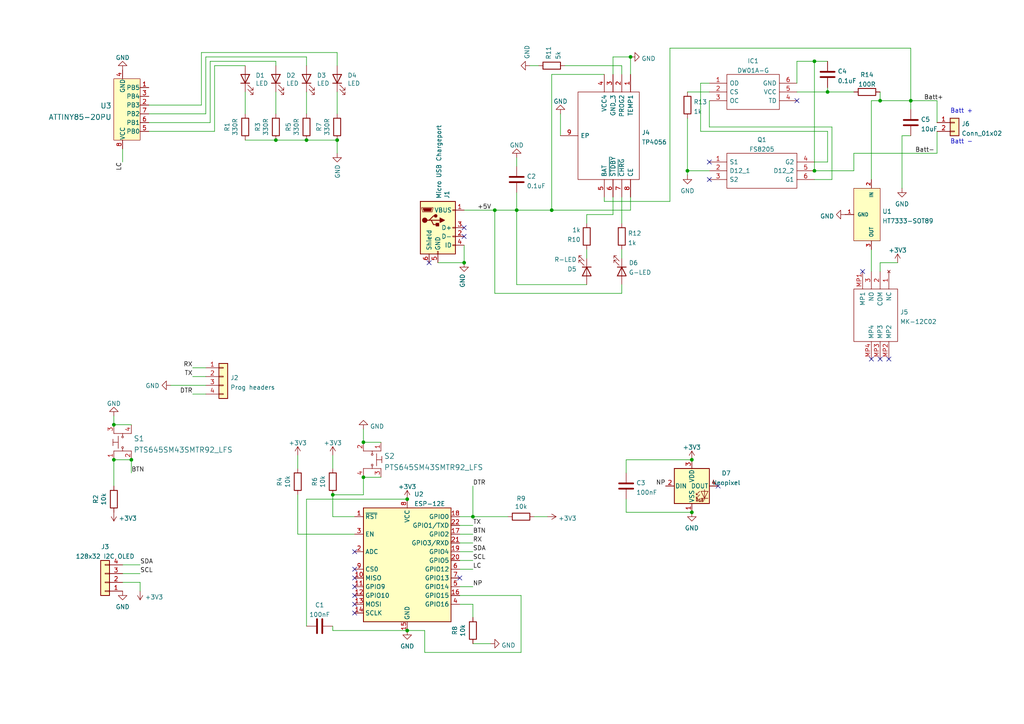
<source format=kicad_sch>
(kicad_sch (version 20211123) (generator eeschema)
  (paper "A4")
  (title_block (title "TopiBadge") (date "2022-02-12") (rev "v3.0") (comment 1 "Run of an cr2032") (comment 2 "creativecommons.org/licenses/by/4.0") (comment 3 "License: CC BY 4.0") (comment 4 "Author: Robert Postma"))
  (lib_symbols
    (symbol "Connector:USB_B_Micro" (pin_names (offset 1.016))
      (property "Reference" "J" (at -5.08 11.43 0))
      (property "Value" "USB_B_Micro" (at -5.08 8.89 0))
      (symbol "USB_B_Micro_0_1"
        (rectangle (start -5.08 -7.62) (end 5.08 7.62) (stroke (width 0.254)) (fill (type background)))
        (circle (center -3.81 2.159) (radius 0.635) (stroke (width 0.254)) (fill (type outline)))
        (circle (center -0.635 3.429) (radius 0.381) (stroke (width 0.254)) (fill (type outline)))
        (rectangle (start -0.127 -7.62) (end 0.127 -6.858))
        (polyline (pts (xy -1.905 2.159) (xy 0.635 2.159)) (stroke (width 0.254)))
        (polyline (pts (xy -3.175 2.159) (xy -2.54 2.159) (xy -1.27 3.429) (xy -0.635 3.429)) (stroke (width 0.254)))
        (polyline (pts (xy -2.54 2.159) (xy -1.905 2.159) (xy -1.27 0.889) (xy 0 0.889)) (stroke (width 0.254)))
        (polyline (pts (xy 0.635 2.794) (xy 0.635 1.524) (xy 1.905 2.159) (xy 0.635 2.794)) (stroke (width 0.254)) (fill (type outline)))
        (polyline (pts (xy -4.318 5.588) (xy -1.778 5.588) (xy -2.032 4.826) (xy -4.064 4.826) (xy -4.318 5.588)) (fill (type outline)))
        (polyline (pts (xy -4.699 5.842) (xy -4.699 5.588) (xy -4.445 4.826) (xy -4.445 4.572) (xy -1.651 4.572) (xy -1.651 4.826) (xy -1.397 5.588) (xy -1.397 5.842) (xy -4.699 5.842)))
        (rectangle (start 0.254 1.27) (end -0.508 0.508) (stroke (width 0.254)) (fill (type outline)))
        (rectangle (start 5.08 -5.207) (end 4.318 -4.953))
        (rectangle (start 5.08 -2.667) (end 4.318 -2.413))
        (rectangle (start 5.08 -0.127) (end 4.318 0.127))
        (rectangle (start 5.08 4.953) (end 4.318 5.207))
      )
      (symbol "USB_B_Micro_1_1"
        (pin power_out line (at 7.62 5.08 180) (length 2.54) (name "VBUS") (number "1"))
        (pin bidirectional line (at 7.62 -2.54 180) (length 2.54) (name "D-") (number "2"))
        (pin bidirectional line (at 7.62 0 180) (length 2.54) (name "D+") (number "3"))
        (pin passive line (at 7.62 -5.08 180) (length 2.54) (name "ID") (number "4"))
        (pin power_out line (at 0 -10.16 90) (length 2.54) (name "GND") (number "5"))
        (pin passive line (at -2.54 -10.16 90) (length 2.54) (name "Shield") (number "6"))
      )
    )
    (symbol "Connector_Generic:Conn_01x02" (pin_names (offset 1.016) hide)
      (property "Reference" "J" (at 0 2.54 0))
      (property "Value" "Conn_01x02" (at 0 -5.08 0))
      (symbol "Conn_01x02_1_1"
        (rectangle (start -1.27 -2.413) (end 0 -2.667) (stroke (width 0.1524)))
        (rectangle (start -1.27 0.127) (end 0 -0.127) (stroke (width 0.1524)))
        (rectangle (start -1.27 1.27) (end 1.27 -3.81) (stroke (width 0.254)) (fill (type background)))
        (pin passive line (at -5.08 0 0) (length 3.81) (name "Pin_1") (number "1"))
        (pin passive line (at -5.08 -2.54 0) (length 3.81) (name "Pin_2") (number "2"))
      )
    )
    (symbol "Connector_Generic:Conn_01x04" (pin_names (offset 1.016) hide)
      (property "Reference" "J" (at 0 5.08 0))
      (property "Value" "Conn_01x04" (at 0 -7.62 0))
      (symbol "Conn_01x04_1_1"
        (rectangle (start -1.27 -4.953) (end 0 -5.207) (stroke (width 0.1524)))
        (rectangle (start -1.27 -2.413) (end 0 -2.667) (stroke (width 0.1524)))
        (rectangle (start -1.27 0.127) (end 0 -0.127) (stroke (width 0.1524)))
        (rectangle (start -1.27 2.667) (end 0 2.413) (stroke (width 0.1524)))
        (rectangle (start -1.27 3.81) (end 1.27 -6.35) (stroke (width 0.254)) (fill (type background)))
        (pin passive line (at -5.08 2.54 0) (length 3.81) (name "Pin_1") (number "1"))
        (pin passive line (at -5.08 0 0) (length 3.81) (name "Pin_2") (number "2"))
        (pin passive line (at -5.08 -2.54 0) (length 3.81) (name "Pin_3") (number "3"))
        (pin passive line (at -5.08 -5.08 0) (length 3.81) (name "Pin_4") (number "4"))
      )
    )
    (symbol "DW01A-G:DW01A-G" (pin_names (offset 0.762))
      (property "Reference" "IC" (at 21.59 7.62 0))
      (property "Value" "DW01A-G" (at 21.59 5.08 0))
      (symbol "DW01A-G_0_0"
        (pin passive line (at 0 0 0) (length 5.08) (name "OD") (number "1"))
        (pin passive line (at 0 -2.54 0) (length 5.08) (name "CS") (number "2"))
        (pin passive line (at 0 -5.08 0) (length 5.08) (name "OC") (number "3"))
        (pin passive line (at 25.4 -5.08 180) (length 5.08) (name "TD") (number "4"))
        (pin passive line (at 25.4 -2.54 180) (length 5.08) (name "VCC") (number "5"))
        (pin passive line (at 25.4 0 180) (length 5.08) (name "GND") (number "6"))
      )
      (symbol "DW01A-G_0_1"
        (polyline (pts (xy 5.08 2.54) (xy 20.32 2.54) (xy 20.32 -7.62) (xy 5.08 -7.62) (xy 5.08 2.54)) (stroke (width 0.1524)))
      )
    )
    (symbol "Device:C" (pin_numbers hide) (pin_names (offset 0.254))
      (property "Reference" "C" (at 0.635 2.54 0))
      (property "Value" "C" (at 0.635 -2.54 0))
      (symbol "C_0_1"
        (polyline (pts (xy -2.032 -0.762) (xy 2.032 -0.762)) (stroke (width 0.508)))
        (polyline (pts (xy -2.032 0.762) (xy 2.032 0.762)) (stroke (width 0.508)))
      )
      (symbol "C_1_1"
        (pin passive line (at 0 3.81 270) (length 2.794) (name "~") (number "1"))
        (pin passive line (at 0 -3.81 90) (length 2.794) (name "~") (number "2"))
      )
    )
    (symbol "Device:LED" (pin_numbers hide) (pin_names (offset 1.016) hide)
      (property "Reference" "D" (at 0 2.54 0))
      (property "Value" "LED" (at 0 -2.54 0))
      (symbol "LED_0_1"
        (polyline (pts (xy -1.27 -1.27) (xy -1.27 1.27)) (stroke (width 0.254)))
        (polyline (pts (xy -1.27 0) (xy 1.27 0)))
        (polyline (pts (xy 1.27 -1.27) (xy 1.27 1.27) (xy -1.27 0) (xy 1.27 -1.27)) (stroke (width 0.254)))
        (polyline (pts (xy -3.048 -0.762) (xy -4.572 -2.286) (xy -3.81 -2.286) (xy -4.572 -2.286) (xy -4.572 -1.524)))
        (polyline (pts (xy -1.778 -0.762) (xy -3.302 -2.286) (xy -2.54 -2.286) (xy -3.302 -2.286) (xy -3.302 -1.524)))
      )
      (symbol "LED_1_1"
        (pin passive line (at -3.81 0 0) (length 2.54) (name "K") (number "1"))
        (pin passive line (at 3.81 0 180) (length 2.54) (name "A") (number "2"))
      )
    )
    (symbol "Device:R" (pin_numbers hide) (pin_names (offset 0))
      (property "Reference" "R" (at 2.032 0 90))
      (property "Value" "R" (at 0 0 90))
      (symbol "R_0_1"
        (rectangle (start -1.016 -2.54) (end 1.016 2.54) (stroke (width 0.254)))
      )
      (symbol "R_1_1"
        (pin passive line (at 0 3.81 270) (length 1.27) (name "~") (number "1"))
        (pin passive line (at 0 -3.81 90) (length 1.27) (name "~") (number "2"))
      )
    )
    (symbol "FS8205:FS8205" (pin_names (offset 0.762))
      (property "Reference" "Q" (at 26.67 7.62 0))
      (property "Value" "FS8205" (at 26.67 5.08 0))
      (symbol "FS8205_0_0"
        (pin passive line (at 0 0 0) (length 5.08) (name "S1") (number "1"))
        (pin passive line (at 0 -2.54 0) (length 5.08) (name "D12_1") (number "2"))
        (pin passive line (at 0 -5.08 0) (length 5.08) (name "S2") (number "3"))
        (pin passive line (at 30.48 0 180) (length 5.08) (name "G2") (number "4"))
        (pin passive line (at 30.48 -2.54 180) (length 5.08) (name "D12_2") (number "5"))
        (pin passive line (at 30.48 -5.08 180) (length 5.08) (name "G1") (number "6"))
      )
      (symbol "FS8205_0_1"
        (polyline (pts (xy 5.08 2.54) (xy 25.4 2.54) (xy 25.4 -7.62) (xy 5.08 -7.62) (xy 5.08 2.54)) (stroke (width 0.1524)))
      )
    )
    (symbol "LED:SK6812" (pin_names (offset 0.254))
      (property "Reference" "D" (at 5.08 5.715 0))
      (property "Value" "SK6812" (at 1.27 -5.715 0))
      (symbol "SK6812_0_0"
        (text "RGB" (at 2.286 -4.191 0) (effects (font (size 0.762 0.762))))
      )
      (symbol "SK6812_0_1"
        (polyline (pts (xy 1.27 -3.556) (xy 1.778 -3.556)))
        (polyline (pts (xy 1.27 -2.54) (xy 1.778 -2.54)))
        (polyline (pts (xy 4.699 -3.556) (xy 2.667 -3.556)))
        (polyline (pts (xy 2.286 -2.54) (xy 1.27 -3.556) (xy 1.27 -3.048)))
        (polyline (pts (xy 2.286 -1.524) (xy 1.27 -2.54) (xy 1.27 -2.032)))
        (polyline (pts (xy 3.683 -1.016) (xy 3.683 -3.556) (xy 3.683 -4.064)))
        (polyline (pts (xy 4.699 -1.524) (xy 2.667 -1.524) (xy 3.683 -3.556) (xy 4.699 -1.524)))
        (rectangle (start 5.08 5.08) (end -5.08 -5.08) (stroke (width 0.254)) (fill (type background)))
      )
      (symbol "SK6812_1_1"
        (pin power_in line (at 0 -7.62 90) (length 2.54) (name "VSS") (number "1"))
        (pin input line (at -7.62 0 0) (length 2.54) (name "DIN") (number "2"))
        (pin power_in line (at 0 7.62 270) (length 2.54) (name "VDD") (number "3"))
        (pin output line (at 7.62 0 180) (length 2.54) (name "DOUT") (number "4"))
      )
    )
    (symbol "MK-12C02:MK-12C02" (pin_names (offset 0.762))
      (property "Reference" "J" (at 21.59 7.62 0))
      (property "Value" "MK-12C02" (at 21.59 5.08 0))
      (symbol "MK-12C02_0_0"
        (pin no_connect line (at 0 0 0) (length 5.08) (name "NC") (number "1"))
        (pin passive line (at 0 -2.54 0) (length 5.08) (name "COM") (number "2"))
        (pin passive line (at 0 -5.08 0) (length 5.08) (name "NO") (number "3"))
        (pin passive line (at 0 -7.62 0) (length 5.08) (name "MP1") (number "MP1"))
        (pin passive line (at 25.4 0 180) (length 5.08) (name "MP2") (number "MP2"))
        (pin passive line (at 25.4 -2.54 180) (length 5.08) (name "MP3") (number "MP3"))
        (pin passive line (at 25.4 -5.08 180) (length 5.08) (name "MP4") (number "MP4"))
      )
      (symbol "MK-12C02_0_1"
        (polyline (pts (xy 5.08 2.54) (xy 20.32 2.54) (xy 20.32 -10.16) (xy 5.08 -10.16) (xy 5.08 2.54)) (stroke (width 0.1524)))
      )
    )
    (symbol "RF_Module:ESP-12E"
      (property "Reference" "U" (at -12.7 19.05 0))
      (property "Value" "ESP-12E" (at 12.7 19.05 0))
      (symbol "ESP-12E_0_1"
        (rectangle (start -12.7 17.78) (end 12.7 -15.24) (stroke (width 0.254)) (fill (type background)))
      )
      (symbol "ESP-12E_1_1"
        (pin input line (at -15.24 15.24 0) (length 2.54) (name "~{RST}") (number "1"))
        (pin bidirectional line (at -15.24 -2.54 0) (length 2.54) (name "MISO") (number "10"))
        (pin bidirectional line (at -15.24 -5.08 0) (length 2.54) (name "GPIO9") (number "11"))
        (pin bidirectional line (at -15.24 -7.62 0) (length 2.54) (name "GPIO10") (number "12"))
        (pin bidirectional line (at -15.24 -10.16 0) (length 2.54) (name "MOSI") (number "13"))
        (pin bidirectional line (at -15.24 -12.7 0) (length 2.54) (name "SCLK") (number "14"))
        (pin power_in line (at 0 -17.78 90) (length 2.54) (name "GND") (number "15"))
        (pin bidirectional line (at 15.24 -7.62 180) (length 2.54) (name "GPIO15") (number "16"))
        (pin bidirectional line (at 15.24 10.16 180) (length 2.54) (name "GPIO2") (number "17"))
        (pin bidirectional line (at 15.24 15.24 180) (length 2.54) (name "GPIO0") (number "18"))
        (pin bidirectional line (at 15.24 5.08 180) (length 2.54) (name "GPIO4") (number "19"))
        (pin input line (at -15.24 5.08 0) (length 2.54) (name "ADC") (number "2"))
        (pin bidirectional line (at 15.24 2.54 180) (length 2.54) (name "GPIO5") (number "20"))
        (pin bidirectional line (at 15.24 7.62 180) (length 2.54) (name "GPIO3/RXD") (number "21"))
        (pin bidirectional line (at 15.24 12.7 180) (length 2.54) (name "GPIO1/TXD") (number "22"))
        (pin input line (at -15.24 10.16 0) (length 2.54) (name "EN") (number "3"))
        (pin bidirectional line (at 15.24 -10.16 180) (length 2.54) (name "GPIO16") (number "4"))
        (pin bidirectional line (at 15.24 -5.08 180) (length 2.54) (name "GPIO14") (number "5"))
        (pin bidirectional line (at 15.24 0 180) (length 2.54) (name "GPIO12") (number "6"))
        (pin bidirectional line (at 15.24 -2.54 180) (length 2.54) (name "GPIO13") (number "7"))
        (pin power_in line (at 0 20.32 270) (length 2.54) (name "VCC") (number "8"))
        (pin input line (at -15.24 0 0) (length 2.54) (name "CS0") (number "9"))
      )
    )
    (symbol "TP4056:TP4056" (pin_names (offset 0.762))
      (property "Reference" "J" (at 31.75 7.62 0))
      (property "Value" "TP4056" (at 31.75 5.08 0))
      (symbol "TP4056_0_0"
        (pin passive line (at 0 0 0) (length 5.08) (name "TEMP1") (number "1"))
        (pin passive line (at 0 -2.54 0) (length 5.08) (name "PROG2") (number "2"))
        (pin passive line (at 0 -5.08 0) (length 5.08) (name "GND_3") (number "3"))
        (pin passive line (at 0 -7.62 0) (length 5.08) (name "VCC4") (number "4"))
        (pin passive line (at 35.56 -7.62 180) (length 5.08) (name "BAT") (number "5"))
        (pin passive line (at 35.56 -5.08 180) (length 5.08) (name "~{STDBY}") (number "6"))
        (pin passive line (at 35.56 -2.54 180) (length 5.08) (name "~{CHRG}") (number "7"))
        (pin passive line (at 35.56 0 180) (length 5.08) (name "CE") (number "8"))
        (pin passive line (at 17.78 -20.32 90) (length 5.08) (name "EP") (number "9"))
      )
      (symbol "TP4056_0_1"
        (polyline (pts (xy 5.08 2.54) (xy 30.48 2.54) (xy 30.48 -15.24) (xy 5.08 -15.24) (xy 5.08 2.54)) (stroke (width 0.1524)))
      )
    )
    (symbol "dk_Embedded-Microcontrollers:ATTINY85-20PU" (pin_names (offset 0.0254))
      (property "Reference" "U" (at -2.8448 8.636 0))
      (property "Value" "ATTINY85-20PU" (at 3.048 -11.43 0))
      (symbol "ATTINY85-20PU_0_1"
        (rectangle (start -2.54 7.62) (end 5.08 -10.16) (fill (type background)))
      )
      (symbol "ATTINY85-20PU_1_1"
        (pin bidirectional line (at -5.08 -7.62 0) (length 2.54) (name "PB5") (number "1"))
        (pin bidirectional line (at -5.08 -2.54 0) (length 2.54) (name "PB3") (number "2"))
        (pin bidirectional line (at -5.08 -5.08 0) (length 2.54) (name "PB4") (number "3"))
        (pin power_in line (at 2.54 -12.7 90) (length 2.54) (name "GND") (number "4"))
        (pin bidirectional line (at -5.08 5.08 0) (length 2.54) (name "PB0") (number "5"))
        (pin bidirectional line (at -5.08 2.54 0) (length 2.54) (name "PB1") (number "6"))
        (pin bidirectional line (at -5.08 0 0) (length 2.54) (name "PB2") (number "7"))
        (pin power_in line (at 2.54 10.16 270) (length 2.54) (name "VCC") (number "8"))
      )
    )
    (symbol "dk_Tactile-Switches:PTS645SM43SMTR92_LFS" (pin_names (offset 1.016))
      (property "Reference" "S" (at 0 5.08 0))
      (property "Value" "PTS645SM43SMTR92_LFS" (at 0 -5.334 0))
      (symbol "PTS645SM43SMTR92_LFS_0_1"
        (circle (center -1.524 0) (radius 0.254))
        (polyline (pts (xy -2.54 2.54) (xy -2.54 -2.54)))
        (polyline (pts (xy -1.778 0) (xy -2.54 0)))
        (polyline (pts (xy -1.778 1.27) (xy 1.778 1.27)))
        (polyline (pts (xy 2.54 -2.54) (xy 2.54 2.54)))
        (polyline (pts (xy 2.54 0) (xy 1.778 0)))
        (circle (center 1.524 0) (radius 0.254))
      )
      (symbol "PTS645SM43SMTR92_LFS_1_1"
        (polyline (pts (xy -1.016 2.794) (xy 0.889 2.794)))
        (polyline (pts (xy 0 2.794) (xy 0 1.27)))
        (pin passive line (at -5.08 2.54 0) (length 2.54) (name "~") (number "1"))
        (pin passive line (at -5.08 -2.54 0) (length 2.54) (name "~") (number "2"))
        (pin passive line (at 5.08 2.54 180) (length 2.54) (name "~") (number "3"))
        (pin passive line (at 5.08 -2.54 180) (length 2.54) (name "~") (number "4"))
      )
    )
    (symbol "eec:HT7333-SOT89" (pin_names (offset 1.016))
      (property "Reference" "U" (at 0 5.08 0))
      (property "Value" "HT7333-SOT89" (at 0 7.62 0))
      (symbol "HT7333-SOT89_1_1"
        (rectangle (start 2.54 2.54) (end 17.78 -5.08) (fill (type background)))
        (pin power_in line (at 10.16 -7.62 90) (length 2.54) (name "GND") (number "1"))
        (pin power_in line (at 0 0 0) (length 2.54) (name "IN") (number "2"))
        (pin power_in line (at 20.32 0 180) (length 2.54) (name "OUT") (number "3"))
      )
    )
    (symbol "power:+3.3V" (power) (pin_names (offset 0))
      (property "Value" "+3.3V" (at 0 3.556 0))
      (symbol "+3.3V_0_1"
        (polyline (pts (xy -0.762 1.27) (xy 0 2.54)))
        (polyline (pts (xy 0 0) (xy 0 2.54)))
        (polyline (pts (xy 0 2.54) (xy 0.762 1.27)))
      )
      (symbol "+3.3V_1_1"
        (pin power_in line (at 0 0 90) (length 0) hide (name "+3V3") (number "1"))
      )
    )
    (symbol "power:GND" (power) (pin_names (offset 0))
      (property "Value" "GND" (at 0 -3.81 0))
      (symbol "GND_0_1"
        (polyline (pts (xy 0 0) (xy 0 -1.27) (xy 1.27 -1.27) (xy 0 -2.54) (xy -1.27 -1.27) (xy 0 -1.27)))
      )
      (symbol "GND_1_1"
        (pin power_in line (at 0 0 270) (length 0) hide (name "GND") (number "1"))
      )
    )
  )
  (junction (at 236.22 17.78))
  (junction (at 97.79 40.64))
  (junction (at 200.66 133.35))
  (junction (at 264.16 29.21))
  (junction (at 143.51 60.96))
  (junction (at 200.66 148.59))
  (junction (at 255.27 29.21))
  (junction (at 160.02 60.96))
  (junction (at 118.11 182.88))
  (junction (at 105.41 138.43))
  (junction (at 149.86 60.96))
  (junction (at 182.88 16.51))
  (junction (at 88.9 40.64))
  (junction (at 137.16 149.86))
  (junction (at 236.22 49.53))
  (junction (at 240.03 26.67))
  (junction (at 96.52 143.51))
  (junction (at 38.1 133.35))
  (junction (at 118.11 144.78))
  (junction (at 33.02 133.35))
  (junction (at 199.39 49.53))
  (junction (at 105.41 128.27))
  (junction (at 80.01 40.64))
  (junction (at 33.02 123.19))
  (junction (at 134.62 76.2))
  (no_connect (at 250.19 78.74))
  (no_connect (at 252.73 104.14))
  (no_connect (at 257.81 104.14))
  (no_connect (at 255.27 104.14))
  (no_connect (at 124.46 76.2))
  (no_connect (at 231.14 29.21))
  (no_connect (at 102.87 177.8))
  (no_connect (at 133.35 167.64))
  (no_connect (at 102.87 160.02))
  (no_connect (at 102.87 165.1))
  (no_connect (at 102.87 167.64))
  (no_connect (at 102.87 170.18))
  (no_connect (at 102.87 172.72))
  (no_connect (at 102.87 175.26))
  (no_connect (at 205.74 46.99))
  (no_connect (at 205.74 52.07))
  (no_connect (at 208.28 140.97))
  (no_connect (at 134.62 68.58))
  (no_connect (at 134.62 66.04))
  (wire (pts (xy 149.86 82.55) (xy 149.86 60.96)))
  (wire (pts (xy 170.18 72.39) (xy 170.18 74.93)))
  (wire (pts (xy 194.31 13.97) (xy 194.31 58.42)))
  (wire (pts (xy 86.36 132.08) (xy 86.36 135.89)))
  (wire (pts (xy 102.87 154.94) (xy 86.36 154.94)))
  (wire (pts (xy 255.27 26.67) (xy 255.27 29.21)))
  (wire (pts (xy 236.22 17.78) (xy 240.03 17.78)))
  (wire (pts (xy 58.42 30.48) (xy 58.42 15.24)))
  (wire (pts (xy 96.52 182.88) (xy 96.52 181.61)))
  (wire (pts (xy 247.65 49.53) (xy 236.22 49.53)))
  (wire (pts (xy 35.56 163.83) (xy 40.64 163.83)))
  (wire (pts (xy 105.41 138.43) (xy 110.49 138.43)))
  (wire (pts (xy 264.16 39.37) (xy 261.62 39.37)))
  (wire (pts (xy 180.34 57.15) (xy 180.34 64.77)))
  (wire (pts (xy 133.35 165.1) (xy 137.16 165.1)))
  (wire (pts (xy 43.18 35.56) (xy 60.96 35.56)))
  (wire (pts (xy 118.11 182.88) (xy 96.52 182.88)))
  (wire (pts (xy 162.56 33.02) (xy 162.56 39.37)))
  (wire (pts (xy 60.96 17.78) (xy 80.01 17.78)))
  (wire (pts (xy 182.88 16.51) (xy 182.88 21.59)))
  (wire (pts (xy 149.86 55.88) (xy 149.86 60.96)))
  (wire (pts (xy 240.03 46.99) (xy 236.22 46.99)))
  (wire (pts (xy 151.13 189.23) (xy 123.19 189.23)))
  (wire (pts (xy 55.88 109.22) (xy 59.69 109.22)))
  (wire (pts (xy 255.27 76.2) (xy 260.35 76.2)))
  (wire (pts (xy 181.61 133.35) (xy 200.66 133.35)))
  (wire (pts (xy 264.16 13.97) (xy 264.16 29.21)))
  (wire (pts (xy 255.27 29.21) (xy 264.16 29.21)))
  (wire (pts (xy 160.02 60.96) (xy 160.02 21.59)))
  (wire (pts (xy 181.61 137.16) (xy 181.61 133.35)))
  (wire (pts (xy 240.03 38.1) (xy 240.03 46.99)))
  (wire (pts (xy 205.74 24.13) (xy 203.2 24.13)))
  (wire (pts (xy 33.02 133.35) (xy 38.1 133.35)))
  (wire (pts (xy 154.94 149.86) (xy 158.75 149.86)))
  (wire (pts (xy 105.41 124.46) (xy 105.41 128.27)))
  (wire (pts (xy 71.12 26.67) (xy 71.12 33.02)))
  (wire (pts (xy 33.02 133.35) (xy 33.02 140.97)))
  (wire (pts (xy 62.23 38.1) (xy 62.23 19.05)))
  (wire (pts (xy 133.35 157.48) (xy 137.16 157.48)))
  (wire (pts (xy 123.19 189.23) (xy 123.19 182.88)))
  (wire (pts (xy 33.02 120.65) (xy 33.02 123.19)))
  (wire (pts (xy 38.1 133.35) (xy 38.1 137.16)))
  (wire (pts (xy 127 76.2) (xy 134.62 76.2)))
  (wire (pts (xy 180.34 72.39) (xy 180.34 74.93)))
  (wire (pts (xy 133.35 172.72) (xy 151.13 172.72)))
  (wire (pts (xy 231.14 24.13) (xy 231.14 17.78)))
  (wire (pts (xy 180.34 19.05) (xy 163.83 19.05)))
  (wire (pts (xy 252.73 52.07) (xy 252.73 29.21)))
  (wire (pts (xy 49.53 111.76) (xy 59.69 111.76)))
  (wire (pts (xy 96.52 143.51) (xy 105.41 143.51)))
  (wire (pts (xy 264.16 13.97) (xy 194.31 13.97)))
  (wire (pts (xy 123.19 182.88) (xy 118.11 182.88)))
  (wire (pts (xy 252.73 29.21) (xy 255.27 29.21)))
  (wire (pts (xy 80.01 26.67) (xy 80.01 33.02)))
  (wire (pts (xy 96.52 143.51) (xy 96.52 149.86)))
  (wire (pts (xy 181.61 144.78) (xy 181.61 148.59)))
  (wire (pts (xy 231.14 26.67) (xy 240.03 26.67)))
  (wire (pts (xy 255.27 78.74) (xy 255.27 76.2)))
  (wire (pts (xy 170.18 82.55) (xy 149.86 82.55)))
  (wire (pts (xy 59.69 33.02) (xy 59.69 16.51)))
  (wire (pts (xy 105.41 128.27) (xy 110.49 128.27)))
  (wire (pts (xy 35.56 43.18) (xy 35.56 46.99)))
  (wire (pts (xy 177.8 62.23) (xy 170.18 62.23)))
  (wire (pts (xy 231.14 17.78) (xy 236.22 17.78)))
  (wire (pts (xy 133.35 160.02) (xy 137.16 160.02)))
  (wire (pts (xy 271.78 29.21) (xy 271.78 35.56)))
  (wire (pts (xy 88.9 33.02) (xy 88.9 26.67)))
  (wire (pts (xy 180.34 85.09) (xy 143.51 85.09)))
  (wire (pts (xy 170.18 62.23) (xy 170.18 64.77)))
  (wire (pts (xy 96.52 132.08) (xy 96.52 135.89)))
  (wire (pts (xy 96.52 149.86) (xy 102.87 149.86)))
  (wire (pts (xy 105.41 143.51) (xy 105.41 138.43)))
  (wire (pts (xy 55.88 106.68) (xy 59.69 106.68)))
  (wire (pts (xy 151.13 172.72) (xy 151.13 189.23)))
  (wire (pts (xy 199.39 49.53) (xy 205.74 49.53)))
  (wire (pts (xy 97.79 40.64) (xy 97.79 44.45)))
  (wire (pts (xy 133.35 175.26) (xy 137.16 175.26)))
  (wire (pts (xy 236.22 17.78) (xy 236.22 49.53)))
  (wire (pts (xy 181.61 148.59) (xy 200.66 148.59)))
  (wire (pts (xy 182.88 57.15) (xy 182.88 60.96)))
  (wire (pts (xy 177.8 57.15) (xy 177.8 62.23)))
  (wire (pts (xy 97.79 15.24) (xy 97.79 19.05)))
  (wire (pts (xy 137.16 149.86) (xy 147.32 149.86)))
  (wire (pts (xy 35.56 168.91) (xy 40.64 168.91)))
  (wire (pts (xy 205.74 29.21) (xy 205.74 36.83)))
  (wire (pts (xy 80.01 17.78) (xy 80.01 19.05)))
  (wire (pts (xy 60.96 35.56) (xy 60.96 17.78)))
  (wire (pts (xy 203.2 38.1) (xy 240.03 38.1)))
  (wire (pts (xy 199.39 26.67) (xy 205.74 26.67)))
  (wire (pts (xy 137.16 175.26) (xy 137.16 179.07)))
  (wire (pts (xy 247.65 44.45) (xy 271.78 44.45)))
  (wire (pts (xy 33.02 123.19) (xy 38.1 123.19)))
  (wire (pts (xy 271.78 44.45) (xy 271.78 38.1)))
  (wire (pts (xy 252.73 72.39) (xy 252.73 78.74)))
  (wire (pts (xy 43.18 30.48) (xy 58.42 30.48)))
  (wire (pts (xy 177.8 21.59) (xy 177.8 16.51)))
  (wire (pts (xy 118.11 144.78) (xy 88.9 144.78)))
  (wire (pts (xy 143.51 85.09) (xy 143.51 60.96)))
  (wire (pts (xy 180.34 82.55) (xy 180.34 85.09)))
  (wire (pts (xy 133.35 154.94) (xy 137.16 154.94)))
  (wire (pts (xy 180.34 21.59) (xy 180.34 19.05)))
  (wire (pts (xy 143.51 60.96) (xy 149.86 60.96)))
  (wire (pts (xy 182.88 60.96) (xy 160.02 60.96)))
  (wire (pts (xy 71.12 40.64) (xy 80.01 40.64)))
  (wire (pts (xy 40.64 168.91) (xy 40.64 171.45)))
  (wire (pts (xy 153.67 19.05) (xy 156.21 19.05)))
  (wire (pts (xy 137.16 186.69) (xy 142.24 186.69)))
  (wire (pts (xy 55.88 114.3) (xy 59.69 114.3)))
  (wire (pts (xy 59.69 16.51) (xy 88.9 16.51)))
  (wire (pts (xy 134.62 76.2) (xy 134.62 71.12)))
  (wire (pts (xy 149.86 45.72) (xy 149.86 48.26)))
  (wire (pts (xy 199.39 34.29) (xy 199.39 49.53)))
  (wire (pts (xy 160.02 21.59) (xy 175.26 21.59)))
  (wire (pts (xy 241.3 52.07) (xy 236.22 52.07)))
  (wire (pts (xy 97.79 33.02) (xy 97.79 26.67)))
  (wire (pts (xy 86.36 154.94) (xy 86.36 143.51)))
  (wire (pts (xy 43.18 38.1) (xy 62.23 38.1)))
  (wire (pts (xy 199.39 49.53) (xy 199.39 50.8)))
  (wire (pts (xy 175.26 58.42) (xy 175.26 57.15)))
  (wire (pts (xy 264.16 29.21) (xy 271.78 29.21)))
  (wire (pts (xy 88.9 40.64) (xy 97.79 40.64)))
  (wire (pts (xy 177.8 16.51) (xy 182.88 16.51)))
  (wire (pts (xy 133.35 170.18) (xy 137.16 170.18)))
  (wire (pts (xy 133.35 152.4) (xy 137.16 152.4)))
  (wire (pts (xy 241.3 36.83) (xy 241.3 52.07)))
  (wire (pts (xy 133.35 162.56) (xy 137.16 162.56)))
  (wire (pts (xy 80.01 40.64) (xy 88.9 40.64)))
  (wire (pts (xy 149.86 60.96) (xy 160.02 60.96)))
  (wire (pts (xy 240.03 26.67) (xy 247.65 26.67)))
  (wire (pts (xy 133.35 149.86) (xy 137.16 149.86)))
  (wire (pts (xy 203.2 24.13) (xy 203.2 38.1)))
  (wire (pts (xy 43.18 33.02) (xy 59.69 33.02)))
  (wire (pts (xy 194.31 58.42) (xy 175.26 58.42)))
  (wire (pts (xy 240.03 26.67) (xy 240.03 25.4)))
  (wire (pts (xy 247.65 44.45) (xy 247.65 49.53)))
  (wire (pts (xy 88.9 16.51) (xy 88.9 19.05)))
  (wire (pts (xy 264.16 29.21) (xy 264.16 31.75)))
  (wire (pts (xy 88.9 144.78) (xy 88.9 181.61)))
  (wire (pts (xy 134.62 60.96) (xy 143.51 60.96)))
  (wire (pts (xy 261.62 39.37) (xy 261.62 54.61)))
  (wire (pts (xy 205.74 36.83) (xy 241.3 36.83)))
  (wire (pts (xy 58.42 15.24) (xy 97.79 15.24)))
  (wire (pts (xy 137.16 140.97) (xy 137.16 149.86)))
  (wire (pts (xy 35.56 166.37) (xy 40.64 166.37)))
  (wire (pts (xy 62.23 19.05) (xy 71.12 19.05)))
  (text "Batt -" (at 275.59 41.91 0) (effects (font (size 1.27 1.27)) (justify left bottom)))
  (text "Batt +" (at 275.59 33.02 0) (effects (font (size 1.27 1.27)) (justify left bottom)))
  (label "SDA" (at 40.64 163.83 0))
  (label "RX" (at 137.16 157.48 0))
  (label "BTN" (at 137.16 154.94 0))
  (label "BTN" (at 38.1 137.16 0))
  (label "SCL" (at 137.16 162.56 0))
  (label "Batt-" (at 265.43 44.45 0))
  (label "SCL" (at 40.64 166.37 0))
  (label "LC" (at 137.16 165.1 0))
  (label "NP" (at 193.04 140.97 180))
  (label "DTR" (at 137.16 140.97 0))
  (label "Batt+" (at 267.97 29.21 0))
  (label "TX" (at 55.88 109.22 180))
  (label "SDA" (at 137.16 160.02 0))
  (label "TX" (at 137.16 152.4 0))
  (label "RX" (at 55.88 106.68 180))
  (label "+5V" (at 138.43 60.96 0))
  (label "LC" (at 35.56 46.99 270))
  (label "NP" (at 137.16 170.18 0))
  (label "DTR" (at 55.88 114.3 180))
  (symbol (lib_id "Device:LED") (at 71.12 22.86 90) (unit 1)
    (property "Reference" "D1" (at 74.1172 21.8694 90) (effects (justify right)))
    (property "Value" "LED" (at 74.1172 24.1808 90) (effects (justify right)))
    (property "Footprint" "LED_SMD:LED_0805_2012Metric_Pad1.15x1.40mm_HandSolder" (effects hide))
  )
  (symbol (lib_id "Device:LED") (at 80.01 22.86 90) (unit 1)
    (property "Reference" "D2" (at 83.0072 21.8694 90) (effects (justify right)))
    (property "Value" "LED" (at 83.0072 24.1808 90) (effects (justify right)))
    (property "Footprint" "LED_SMD:LED_0805_2012Metric_Pad1.15x1.40mm_HandSolder" (effects hide))
  )
  (symbol (lib_id "Device:LED") (at 88.9 22.86 90) (unit 1)
    (property "Reference" "D3" (at 91.8972 21.8694 90) (effects (justify right)))
    (property "Value" "LED" (at 91.8972 24.1808 90) (effects (justify right)))
    (property "Footprint" "LED_SMD:LED_0805_2012Metric_Pad1.15x1.40mm_HandSolder" (effects hide))
  )
  (symbol (lib_id "Device:LED") (at 97.79 22.86 90) (unit 1)
    (property "Reference" "D4" (at 100.7872 21.8694 90) (effects (justify right)))
    (property "Value" "LED" (at 100.7872 24.1808 90) (effects (justify right)))
    (property "Footprint" "LED_SMD:LED_0805_2012Metric_Pad1.15x1.40mm_HandSolder" (effects hide))
  )
  (symbol (lib_id "Device:R") (at 71.12 36.83 0) (unit 1)
    (property "Reference" "R1" (at 65.8622 36.83 90))
    (property "Value" "330R" (at 68.1736 36.83 90))
    (property "Footprint" "Resistor_SMD:R_0805_2012Metric_Pad1.20x1.40mm_HandSolder" (effects hide))
  )
  (symbol (lib_id "Device:R") (at 80.01 36.83 0) (unit 1)
    (property "Reference" "R3" (at 74.7522 36.83 90))
    (property "Value" "330R" (at 77.0636 36.83 90))
    (property "Footprint" "Resistor_SMD:R_0805_2012Metric_Pad1.20x1.40mm_HandSolder" (effects hide))
  )
  (symbol (lib_id "Device:R") (at 88.9 36.83 0) (unit 1)
    (property "Reference" "R5" (at 83.6422 36.83 90))
    (property "Value" "330R" (at 85.9536 36.83 90))
    (property "Footprint" "Resistor_SMD:R_0805_2012Metric_Pad1.20x1.40mm_HandSolder" (effects hide))
  )
  (symbol (lib_id "Device:R") (at 97.79 36.83 0) (unit 1)
    (property "Reference" "R7" (at 92.5322 36.83 90))
    (property "Value" "330R" (at 94.8436 36.83 90))
    (property "Footprint" "Resistor_SMD:R_0805_2012Metric_Pad1.20x1.40mm_HandSolder" (effects hide))
  )
  (symbol (lib_id "power:GND") (at 97.79 44.45 0) (unit 1)
    (property "Reference" "#PWR07" (effects hide))
    (property "Value" "GND" (at 97.917 47.7012 90) (effects (justify right)))
  )
  (symbol (lib_id "Connector:USB_B_Micro") (at 127 66.04 0) (unit 1)
    (property "Reference" "J1" (at 129.6162 57.658 90) (effects (justify left)))
    (property "Value" "Micro USB Chargeport" (at 127.3048 57.658 90) (effects (justify left)))
    (property "Footprint" "digikey-footprints:USB_Micro_B_Female_10118194-0001LF" (effects hide))
  )
  (symbol (lib_id "power:GND") (at 245.11 62.23 270) (unit 1)
    (property "Reference" "#PWR027" (effects hide))
    (property "Value" "GND" (at 241.9351 62.709 90) (effects (justify right)))
  )
  (symbol (lib_id "power:+3.3V") (at 86.36 132.08 0) (unit 1)
    (property "Reference" "#PWR06" (effects hide))
    (property "Value" "+3.3V" (at 86.36 128.4755 0))
  )
  (symbol (lib_id "power:+3.3V") (at 118.11 144.78 0) (unit 1)
    (property "Reference" "#PWR011" (effects hide))
    (property "Value" "+3.3V" (at 118.11 141.1755 0))
  )
  (symbol (lib_id "Device:R") (at 33.02 144.78 0) (unit 1)
    (property "Reference" "R2" (at 27.7622 144.78 90))
    (property "Value" "10k" (at 30.0736 144.78 90))
    (property "Footprint" "Resistor_SMD:R_0805_2012Metric_Pad1.20x1.40mm_HandSolder" (effects hide))
  )
  (symbol (lib_id "power:GND") (at 200.66 148.59 0) (unit 1)
    (property "Reference" "#PWR023" (effects hide))
    (property "Value" "GND" (at 200.66 153.1525 0))
  )
  (symbol (lib_id "Device:R") (at 180.34 68.58 0) (unit 1)
    (property "Reference" "R12" (at 182.118 67.6715 0) (effects (justify left)))
    (property "Value" "1k" (at 182.118 70.4466 0) (effects (justify left)))
    (property "Footprint" "Resistor_SMD:R_0805_2012Metric_Pad1.20x1.40mm_HandSolder" (effects hide))
  )
  (symbol (lib_id "power:+3.3V") (at 40.64 171.45 180) (unit 1)
    (property "Reference" "#PWR03" (effects hide))
    (property "Value" "+3.3V" (at 42.037 173.199 0) (effects (justify right)))
  )
  (symbol (lib_id "Device:R") (at 251.46 26.67 270) (unit 1)
    (property "Reference" "R14" (at 251.46 21.6875 90))
    (property "Value" "100R" (at 251.46 24.4626 90))
    (property "Footprint" "Resistor_SMD:R_0805_2012Metric_Pad1.20x1.40mm_HandSolder" (effects hide))
  )
  (symbol (lib_id "power:+3.3V") (at 33.02 148.59 180) (unit 1)
    (property "Reference" "#PWR01" (effects hide))
    (property "Value" "+3.3V" (at 34.417 150.339 0) (effects (justify right)))
  )
  (symbol (lib_id "eec:HT7333-SOT89") (at 252.73 52.07 270) (unit 1)
    (property "Reference" "U1" (at 255.905 61.3215 90) (effects (justify left)))
    (property "Value" "HT7333-SOT89" (at 255.905 64.0966 90) (effects (justify left)))
    (property "Footprint" "Custom:Holtek-HT7333-SOT89-Level_A" (effects hide))
    (property "Code  IPC" "SOT89" (effects hide))
    (property "Datasheet Version" "Rev1.4, Jan-2006" (effects hide))
    (property "Package Description" "3-Pin SOT-89 Package 1.5 mm Pitch, 4.1 mm Lead Span" (effects hide))
    (property "Package Version" "May-2010" (effects hide))
    (property "category" "IC" (effects hide))
    (property "ciiva ids" "21175933" (effects hide))
    (property "library id" "1b11600c4ccb58f1" (effects hide))
    (property "manufacturer" "Holtek" (effects hide))
    (property "package" "SOT89" (effects hide))
    (property "release date" "1305246795" (effects hide))
    (property "vault revision" "F8293DF1-D866-4B63-AB46-895FB8D7549D" (effects hide))
    (property "imported" "yes" (effects hide))
  )
  (symbol (lib_id "power:GND") (at 35.56 171.45 0) (unit 1)
    (property "Reference" "#PWR010" (effects hide))
    (property "Value" "GND" (at 35.56 176.0125 0))
  )
  (symbol (lib_id "dk_Embedded-Microcontrollers:ATTINY85-20PU") (at 38.1 33.02 180) (unit 1)
    (property "Reference" "U3" (at 32.385 30.6853 0) (effects (font (size 1.524 1.524)) (justify left)))
    (property "Value" "ATTINY85-20PU" (at 32.385 33.9643 0) (effects (font (size 1.524 1.524)) (justify left)))
    (property "Footprint" "digikey-footprints:DIP-8_W7.62mm" (effects hide))
    (property "Datasheet" "http://www.microchip.com/mymicrochip/filehandler.aspx?ddocname=en589894" (effects hide))
    (property "Digi-Key_PN" "ATTINY85-20PU-ND" (effects hide))
    (property "MPN" "ATTINY85-20PU" (effects hide))
    (property "Category" "Integrated Circuits (ICs)" (effects hide))
    (property "Family" "Embedded - Microcontrollers" (effects hide))
    (property "DK_Datasheet_Link" "http://www.microchip.com/mymicrochip/filehandler.aspx?ddocname=en589894" (effects hide))
    (property "DK_Detail_Page" "/product-detail/en/microchip-technology/ATTINY85-20PU/ATTINY85-20PU-ND/735469" (effects hide))
    (property "Description" "IC MCU 8BIT 8KB FLASH 8DIP" (effects hide))
    (property "Manufacturer" "Microchip Technology" (effects hide))
    (property "Status" "Active" (effects hide))
  )
  (symbol (lib_id "power:GND") (at 118.11 182.88 0) (unit 1)
    (property "Reference" "#PWR013" (effects hide))
    (property "Value" "GND" (at 118.11 187.4425 0))
  )
  (symbol (lib_id "Connector_Generic:Conn_01x04") (at 30.48 168.91 180) (unit 1)
    (property "Reference" "J3" (at 30.48 158.5935 0))
    (property "Value" "128x32 I2C OLED" (at 30.48 161.3686 0))
    (property "Footprint" "Connector_PinSocket_2.54mm:PinSocket_1x04_P2.54mm_Vertical" (effects hide))
  )
  (symbol (lib_id "power:GND") (at 105.41 124.46 180) (unit 1)
    (property "Reference" "#PWR09" (effects hide))
    (property "Value" "GND" (at 107.315 123.669 0) (effects (justify right)))
  )
  (symbol (lib_id "Device:R") (at 160.02 19.05 90) (unit 1)
    (property "Reference" "R11" (at 159.1115 17.272 0) (effects (justify left)))
    (property "Value" "5k" (at 161.8866 17.272 0) (effects (justify left)))
    (property "Footprint" "Resistor_SMD:R_0805_2012Metric_Pad1.20x1.40mm_HandSolder" (effects hide))
  )
  (symbol (lib_id "Device:R") (at 170.18 68.58 180) (unit 1)
    (property "Reference" "R10" (at 168.402 69.4885 0) (effects (justify left)))
    (property "Value" "1k" (at 168.402 66.7134 0) (effects (justify left)))
    (property "Footprint" "Resistor_SMD:R_0805_2012Metric_Pad1.20x1.40mm_HandSolder" (effects hide))
  )
  (symbol (lib_id "Device:R") (at 151.13 149.86 270) (unit 1)
    (property "Reference" "R9" (at 151.13 144.6022 90))
    (property "Value" "10k" (at 151.13 146.9136 90))
    (property "Footprint" "Resistor_SMD:R_0805_2012Metric_Pad1.20x1.40mm_HandSolder" (effects hide))
  )
  (symbol (lib_id "Device:R") (at 86.36 139.7 0) (unit 1)
    (property "Reference" "R4" (at 81.1022 139.7 90))
    (property "Value" "10k" (at 83.4136 139.7 90))
    (property "Footprint" "Resistor_SMD:R_0805_2012Metric_Pad1.20x1.40mm_HandSolder" (effects hide))
  )
  (symbol (lib_id "DW01A-G:DW01A-G") (at 205.74 24.13 0) (unit 1)
    (property "Reference" "IC1" (at 218.44 17.6743 0))
    (property "Value" "DW01A-G" (at 218.44 20.4494 0))
    (property "Footprint" "user-footprints:SOT95P280X135-6N" (effects hide))
    (property "Datasheet" "http://acoptex.com/uploads/DW01A.pdf" (effects hide))
    (property "Description" "One Cell Lithium-ion/Polymer Battery Protection IC" (effects hide))
    (property "Height" "1.35" (effects hide))
    (property "Manufacturer_Name" "Fortune Semiconductor Corporation" (effects hide))
    (property "Manufacturer_Part_Number" "DW01A-G" (effects hide))
  )
  (symbol (lib_id "power:+3.3V") (at 158.75 149.86 270) (unit 1)
    (property "Reference" "#PWR016" (effects hide))
    (property "Value" "+3.3V" (at 161.925 150.339 90) (effects (justify left)))
  )
  (symbol (lib_id "power:GND") (at 149.86 45.72 180) (unit 1)
    (property "Reference" "#PWR017" (effects hide))
    (property "Value" "GND" (at 149.86 42.1155 0))
  )
  (symbol (lib_id "power:GND") (at 134.62 76.2 0) (unit 1)
    (property "Reference" "#PWR018" (effects hide))
    (property "Value" "GND" (at 134.141 79.375 90) (effects (justify right)))
  )
  (symbol (lib_id "FS8205:FS8205") (at 205.74 46.99 0) (unit 1)
    (property "Reference" "Q1" (at 220.98 40.5343 0))
    (property "Value" "FS8205" (at 220.98 43.3094 0))
    (property "Footprint" "user-footprints:FS8205" (effects hide))
    (property "Datasheet" "https://www.ic-fortune.com/upload/Download/FS8205-DS-19_EN.pdf" (effects hide))
    (property "Description" "DUAL N-CHANNEL ENHANCEMENT MODE POWER MOFSET" (effects hide))
    (property "Height" "1" (effects hide))
    (property "Manufacturer_Name" "Fortune Semiconductor Corporation" (effects hide))
    (property "Manufacturer_Part_Number" "FS8205" (effects hide))
  )
  (symbol (lib_id "dk_Tactile-Switches:PTS645SM43SMTR92_LFS") (at 107.95 133.35 270) (unit 1)
    (property "Reference" "S2" (at 111.379 132.2853 90) (effects (font (size 1.524 1.524)) (justify left)))
    (property "Value" "PTS645SM43SMTR92_LFS" (at 111.379 135.5643 90) (effects (font (size 1.524 1.524)) (justify left)))
    (property "Footprint" "digikey-footprints:Switch_Tactile_SMD_6x6mm_PTS645" (effects hide))
    (property "Datasheet" "https://www.ckswitches.com/media/1471/pts645.pdf" (effects hide))
    (property "Digi-Key_PN" "CKN9112CT-ND" (effects hide))
    (property "MPN" "PTS645SM43SMTR92 LFS" (effects hide))
    (property "Category" "Switches" (effects hide))
    (property "Family" "Tactile Switches" (effects hide))
    (property "DK_Datasheet_Link" "https://www.ckswitches.com/media/1471/pts645.pdf" (effects hide))
    (property "DK_Detail_Page" "/product-detail/en/c-k/PTS645SM43SMTR92-LFS/CKN9112CT-ND/1146934" (effects hide))
    (property "Description" "SWITCH TACTILE SPST-NO 0.05A 12V" (effects hide))
    (property "Manufacturer" "C&K" (effects hide))
    (property "Status" "Active" (effects hide))
  )
  (symbol (lib_id "Connector_Generic:Conn_01x04") (at 64.77 109.22 0) (unit 1)
    (property "Reference" "J2" (at 66.802 109.5815 0) (effects (justify left)))
    (property "Value" "Prog headers" (at 66.802 112.3566 0) (effects (justify left)))
    (property "Footprint" "Connector_PinSocket_2.54mm:PinSocket_1x04_P2.54mm_Horizontal" (effects hide))
  )
  (symbol (lib_id "power:GND") (at 261.62 54.61 0) (unit 1)
    (property "Reference" "#PWR0102" (effects hide))
    (property "Value" "GND" (at 261.62 59.1725 0))
  )
  (symbol (lib_id "Device:R") (at 137.16 182.88 0) (unit 1)
    (property "Reference" "R8" (at 131.9022 182.88 90))
    (property "Value" "10k" (at 134.2136 182.88 90))
    (property "Footprint" "Resistor_SMD:R_0805_2012Metric_Pad1.20x1.40mm_HandSolder" (effects hide))
  )
  (symbol (lib_id "power:GND") (at 142.24 186.69 90) (unit 1)
    (property "Reference" "#PWR012" (effects hide))
    (property "Value" "GND" (at 145.415 187.169 90) (effects (justify right)))
  )
  (symbol (lib_id "LED:SK6812") (at 200.66 140.97 0) (unit 1)
    (property "Reference" "D7" (at 210.6333 137.2448 0))
    (property "Value" "Neopixel" (at 210.6333 140.0199 0))
    (property "Footprint" "user-footprints:LED_SK6812_PLCC4_5.0x5.0mm_P3.2mm_mirror" (effects hide))
    (property "Datasheet" "https://cdn-shop.adafruit.com/product-files/1138/SK6812+LED+datasheet+.pdf" (effects hide))
  )
  (symbol (lib_id "power:GND") (at 35.56 20.32 180) (unit 1)
    (property "Reference" "#PWR029" (effects hide))
    (property "Value" "GND" (at 35.56 16.7155 0))
  )
  (symbol (lib_id "power:+3.3V") (at 260.35 76.2 0) (unit 1)
    (property "Reference" "#PWR028" (effects hide))
    (property "Value" "+3.3V" (at 260.35 72.5955 0))
  )
  (symbol (lib_id "power:GND") (at 182.88 16.51 90) (unit 1)
    (property "Reference" "#PWR020" (effects hide))
    (property "Value" "GND" (at 186.055 16.989 90) (effects (justify right)))
  )
  (symbol (lib_id "power:GND") (at 153.67 19.05 270) (unit 1)
    (property "Reference" "#PWR021" (effects hide))
    (property "Value" "GND" (at 152.879 17.145 0) (effects (justify right)))
  )
  (symbol (lib_id "Device:C") (at 149.86 52.07 0) (unit 1)
    (property "Reference" "C2" (at 152.781 51.1615 0) (effects (justify left)))
    (property "Value" "0.1uF" (at 152.781 53.9366 0) (effects (justify left)))
    (property "Footprint" "Capacitor_SMD:C_0805_2012Metric_Pad1.18x1.45mm_HandSolder" (effects hide))
  )
  (symbol (lib_id "power:GND") (at 162.56 33.02 180) (unit 1)
    (property "Reference" "#PWR0103" (effects hide))
    (property "Value" "GND" (at 162.56 29.4155 0))
  )
  (symbol (lib_id "Device:C") (at 181.61 140.97 180) (unit 1)
    (property "Reference" "C3" (at 184.531 140.0615 0) (effects (justify right)))
    (property "Value" "100nF" (at 184.531 142.8366 0) (effects (justify right)))
    (property "Footprint" "Capacitor_SMD:C_0805_2012Metric_Pad1.18x1.45mm_HandSolder" (effects hide))
  )
  (symbol (lib_id "TP4056:TP4056") (at 182.88 21.59 270) (unit 1)
    (property "Reference" "J4" (at 186.1312 38.4615 90) (effects (justify left)))
    (property "Value" "TP4056" (at 186.1312 41.2366 90) (effects (justify left)))
    (property "Footprint" "Custom:SOIC127P600X175-9N" (effects hide))
    (property "Datasheet" "https://dlnmh9ip6v2uc.cloudfront.net/datasheets/Prototyping/TP4056.pdf" (effects hide))
    (property "Description" "1A Standalone Linear Li-lon Battery Charger, SOP-8" (effects hide))
    (property "Height" "1.75" (effects hide))
    (property "Manufacturer_Name" "NanJing Top Power" (effects hide))
    (property "Manufacturer_Part_Number" "TP4056" (effects hide))
  )
  (symbol (lib_id "Connector_Generic:Conn_01x02") (at 276.86 35.56 0) (unit 1)
    (property "Reference" "J6" (at 278.892 35.9215 0) (effects (justify left)))
    (property "Value" "Conn_01x02" (at 278.892 38.6966 0) (effects (justify left)))
    (property "Footprint" "Connector_JST:JST_EH_B2B-EH-A_1x02_P2.50mm_Vertical" (effects hide))
  )
  (symbol (lib_id "Device:C") (at 92.71 181.61 90) (unit 1)
    (property "Reference" "C1" (at 92.71 175.4845 90))
    (property "Value" "100nF" (at 92.71 178.2596 90))
    (property "Footprint" "Capacitor_SMD:C_0805_2012Metric_Pad1.18x1.45mm_HandSolder" (effects hide))
  )
  (symbol (lib_id "Device:R") (at 96.52 139.7 0) (unit 1)
    (property "Reference" "R6" (at 91.2622 139.7 90))
    (property "Value" "10k" (at 93.5736 139.7 90))
    (property "Footprint" "Resistor_SMD:R_0805_2012Metric_Pad1.20x1.40mm_HandSolder" (effects hide))
  )
  (symbol (lib_id "power:GND") (at 33.02 120.65 180) (unit 1)
    (property "Reference" "#PWR05" (effects hide))
    (property "Value" "GND" (at 33.02 117.0455 0))
  )
  (symbol (lib_id "Device:C") (at 264.16 35.56 0) (unit 1)
    (property "Reference" "C5" (at 267.081 34.6515 0) (effects (justify left)))
    (property "Value" "10uF" (at 267.081 37.4266 0) (effects (justify left)))
    (property "Footprint" "Capacitor_SMD:C_0805_2012Metric_Pad1.18x1.45mm_HandSolder" (effects hide))
  )
  (symbol (lib_id "power:GND") (at 199.39 50.8 0) (unit 1)
    (property "Reference" "#PWR0101" (effects hide))
    (property "Value" "GND" (at 199.39 55.3625 0))
  )
  (symbol (lib_id "Device:LED") (at 180.34 78.74 270) (unit 1)
    (property "Reference" "D6" (at 182.372 76.244 90) (effects (justify left)))
    (property "Value" "G-LED" (at 182.372 79.0191 90) (effects (justify left)))
    (property "Footprint" "LED_SMD:LED_0805_2012Metric_Pad1.15x1.40mm_HandSolder" (effects hide))
  )
  (symbol (lib_id "RF_Module:ESP-12E") (at 118.11 165.1 0) (unit 1)
    (property "Reference" "U2" (at 120.1294 143.3535 0) (effects (justify left)))
    (property "Value" "ESP-12E" (at 120.1294 146.1286 0) (effects (justify left)))
    (property "Footprint" "RF_Module:ESP-12E" (effects hide))
    (property "Datasheet" "http://wiki.ai-thinker.com/_media/esp8266/esp8266_series_modules_user_manual_v1.1.pdf" (effects hide))
  )
  (symbol (lib_id "MK-12C02:MK-12C02") (at 257.81 78.74 270) (unit 1)
    (property "Reference" "J5" (at 261.0612 90.5315 90) (effects (justify left)))
    (property "Value" "MK-12C02" (at 261.0612 93.3066 90) (effects (justify left)))
    (property "Footprint" "user-footprints:MK12C02" (effects hide))
    (property "Datasheet" "https://statics3.seeedstudio.com/images/opl/datasheet/311030001.pdf" (effects hide))
    (property "Description" "connector" (effects hide))
    (property "Height" "3.3" (effects hide))
    (property "Manufacturer_Name" "XIEJIA ELECTRONICS" (effects hide))
    (property "Manufacturer_Part_Number" "MK-12C02" (effects hide))
  )
  (symbol (lib_id "Device:R") (at 199.39 30.48 0) (unit 1)
    (property "Reference" "R13" (at 201.168 29.5715 0) (effects (justify left)))
    (property "Value" "1k" (at 201.168 32.3466 0) (effects (justify left)))
    (property "Footprint" "Resistor_SMD:R_0805_2012Metric_Pad1.20x1.40mm_HandSolder" (effects hide))
  )
  (symbol (lib_id "power:GND") (at 49.53 111.76 270) (unit 1)
    (property "Reference" "#PWR02" (effects hide))
    (property "Value" "GND" (at 46.2788 111.887 90) (effects (justify right)))
  )
  (symbol (lib_id "dk_Tactile-Switches:PTS645SM43SMTR92_LFS") (at 35.56 128.27 90) (unit 1)
    (property "Reference" "S1" (at 38.735 127.2053 90) (effects (font (size 1.524 1.524)) (justify right)))
    (property "Value" "PTS645SM43SMTR92_LFS" (at 38.735 130.4843 90) (effects (font (size 1.524 1.524)) (justify right)))
    (property "Footprint" "digikey-footprints:Switch_Tactile_SMD_6x6mm_PTS645" (effects hide))
    (property "Datasheet" "https://www.ckswitches.com/media/1471/pts645.pdf" (effects hide))
    (property "Digi-Key_PN" "CKN9112CT-ND" (effects hide))
    (property "MPN" "PTS645SM43SMTR92 LFS" (effects hide))
    (property "Category" "Switches" (effects hide))
    (property "Family" "Tactile Switches" (effects hide))
    (property "DK_Datasheet_Link" "https://www.ckswitches.com/media/1471/pts645.pdf" (effects hide))
    (property "DK_Detail_Page" "/product-detail/en/c-k/PTS645SM43SMTR92-LFS/CKN9112CT-ND/1146934" (effects hide))
    (property "Description" "SWITCH TACTILE SPST-NO 0.05A 12V" (effects hide))
    (property "Manufacturer" "C&K" (effects hide))
    (property "Status" "Active" (effects hide))
  )
  (symbol (lib_id "power:+3.3V") (at 200.66 133.35 0) (unit 1)
    (property "Reference" "#PWR022" (effects hide))
    (property "Value" "+3.3V" (at 200.66 129.7455 0))
  )
  (symbol (lib_id "Device:C") (at 240.03 21.59 0) (unit 1)
    (property "Reference" "C4" (at 242.951 20.6815 0) (effects (justify left)))
    (property "Value" "0.1uF" (at 242.951 23.4566 0) (effects (justify left)))
    (property "Footprint" "Capacitor_SMD:C_0805_2012Metric_Pad1.18x1.45mm_HandSolder" (effects hide))
  )
  (symbol (lib_id "Device:LED") (at 170.18 78.74 270) (unit 1)
    (property "Reference" "D5" (at 167.259 78.061 90) (effects (justify right)))
    (property "Value" "R-LED" (at 167.259 75.2859 90) (effects (justify right)))
    (property "Footprint" "LED_SMD:LED_0805_2012Metric_Pad1.15x1.40mm_HandSolder" (effects hide))
  )
  (symbol (lib_id "power:+3.3V") (at 96.52 132.08 0) (unit 1)
    (property "Reference" "#PWR08" (effects hide))
    (property "Value" "+3.3V" (at 96.52 128.4755 0))
  )
)
</source>
